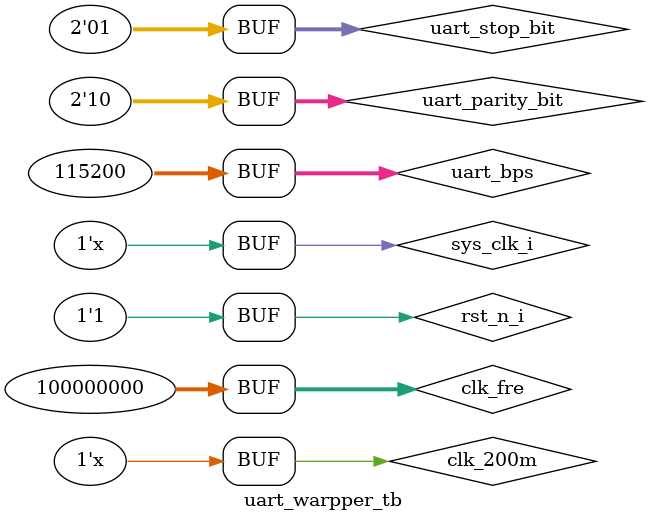
<source format=v>
`timescale 1ns / 1ps

// module cl2304_uart_warpper_tb;

//   // Parameters
// localparam                              UART_NUM = 6               ;
//   //Ports
// reg                                     pcie_axi_clk               ;
// reg                                     clk_100m                   ;
// reg                                     sys_reset_n                ;

// reg                    [UART_NUM-1:0]   uart_tx_wren_start         ;
// reg                    [UART_NUM-1:0]   uart_tx_wren_end           ;
// reg                    [UART_NUM*8-1:0] uart_tx_data               ;

// reg                    [UART_NUM*16-1:0]uart_bps                   ;
// reg                    [UART_NUM*4-1:0] uart_data_bit              ;
// reg                    [UART_NUM*2-1:0] uart_stop_bit              ;
// reg                    [UART_NUM*2-1:0] uart_parity_bit            ;

// wire                   [UART_NUM-1:0]   tx_o                       ;
// reg                    [UART_NUM-1:0]   rx_i                       ;
// integer i;

// initial begin
//     sys_reset_n = 0;
//     pcie_axi_clk=0;
//     clk_100m=0;
//     for(i=0;i<UART_NUM;i=i+1)begin
//     uart_bps[i] = 'h01b2;
//     uart_data_bit[i] = 8;
//     uart_stop_bit[i] = 1;
//     uart_parity_bit[i] = 1;
//     end
//     #100
//     sys_reset_n = 1;
//     #100
//     uart_tx_wren_start[0] = 1;
//     uart_tx_data[7:0] = 1;
//     #5
//     uart_tx_wren_start[0] = 0;
//     uart_tx_data[7:0] = 2;
//     #5
//     uart_tx_data[7:0] = 3;
//         #5
//     uart_tx_data[7:0] = 4;
//         #5
//     uart_tx_data[7:0] = 5;
//         #5
//     uart_tx_data[7:0] = 6;
//     #5
//     uart_tx_wren_end[0] = 1;
//     uart_tx_data[7:0] = 7;
//         #5
//             uart_tx_wren_end[0] = 0;
// end

//   cl2304_uart_warpper   #(
//     .UART_NUM                          (UART_NUM                  ) 
//   )cl2304_uart_warpper_inst(
//     .pcie_axi_clk                      (pcie_axi_clk              ),
//     .clk_100m                          (clk_100m                  ),
//     .sys_reset_n                       (sys_reset_n               ),
  
//     .uart_tx_wren_start                (uart_tx_wren_start        ),
//     .uart_tx_wren_end                  (uart_tx_wren_end          ),
//     .uart_tx_data                      (uart_tx_data              ),
  
//     .uart_bps                          (uart_bps                  ),
//     .uart_stop_bit                     (uart_stop_bit             ),
//     .uart_parity_bit                   (uart_parity_bit           ),
  
//     .tx_o                              (tx_o                      ),
//     .rx_i                              (tx_o                      ) 
//   );

// always #2.5  pcie_axi_clk = ! pcie_axi_clk ;
// always #5  clk_100m = ! clk_100m ;
// endmodule


module uart_warpper_tb;

// Parameters
localparam                              DATA_BIT = 8               ;

//Ports
reg                                     sys_clk_i                  ;
reg                                     rst_n_i                    ;
reg                    [  31:0]         clk_fre                    ;
reg                    [  31:0]         uart_bps                   ;
reg                    [   1:0]         uart_parity_bit            ;
reg                    [   1:0]         uart_stop_bit              ;
reg                                     fifo_uart_tx_clk           ;
reg                                     fifo_uart_tx_wren          ;
reg                    [   7:0]         fifo_uart_tx_data          ;
wire                                    fifo_uart_tx_prog_full     ;
reg                                     fifo_uart_rx_clk           ;
reg                                     fifo_uart_rx_rden          ;
wire                   [   7:0]         fifo_uart_rx_data          ;
wire                                    fifo_uart_rx_empty         ;
wire                                    tx_o                       ;
reg                                     rx_i                       ;
reg                                     clk_200m                   ;

initial begin
  sys_clk_i=0;
  rst_n_i=0;
  clk_fre=100_000_000;
  uart_bps=115200;
  uart_parity_bit=2;
  uart_stop_bit=1;
  clk_200m=0;
  #100
  rst_n_i=1;
end

always@(posedge clk_200m or negedge rst_n_i)begin
  if (!rst_n_i) begin
    fifo_uart_tx_wren<='d0;
  end
  else if (!fifo_uart_tx_prog_full) begin
    fifo_uart_tx_wren<='d1;
  end
  else
    fifo_uart_tx_wren<='d0;
end

always@(posedge sys_clk_i or negedge rst_n_i)begin
  if (!rst_n_i) begin
    fifo_uart_tx_data<='d0;
  end
  else if (fifo_uart_tx_wren) begin
    fifo_uart_tx_data<=fifo_uart_tx_data+'d1;
  end

end

uart_warpper # (
    .DATA_BIT                          (DATA_BIT                  ) 
)
uart_warpper_inst (
    .sys_clk_i                         (sys_clk_i                 ),
    .rst_n_i                           (rst_n_i                   ),

    .clk_fre                           (clk_fre                   ),

    .uart_bps                          (uart_bps                  ),
    .uart_parity_bit                   (uart_parity_bit           ),
    .uart_stop_bit                     (uart_stop_bit             ),

    .fifo_uart_tx_clk                  (clk_200m                  ),
    .fifo_uart_tx_wren                 (fifo_uart_tx_wren         ),
    .fifo_uart_tx_data                 (fifo_uart_tx_data         ),
    .fifo_uart_tx_prog_full            (fifo_uart_tx_prog_full    ),

    .fifo_uart_rx_clk                  (clk_200m                  ),
    .fifo_uart_rx_rden                 (!fifo_uart_rx_empty         ),
    .fifo_uart_rx_data                 (fifo_uart_rx_data         ),
    .fifo_uart_rx_empty                (fifo_uart_rx_empty        ),
    .tx_o                              (tx_o                      ),
    .rx_i                              (tx_o                      ) 
);

always #5  sys_clk_i = ! sys_clk_i ;
always #2.5 clk_200m = ! clk_200m;
endmodule
</source>
